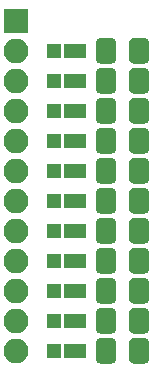
<source format=gbr>
G04 #@! TF.GenerationSoftware,KiCad,Pcbnew,(5.0.0)*
G04 #@! TF.CreationDate,2018-10-07T14:33:42+02:00*
G04 #@! TF.ProjectId,LED-panel,4C45442D70616E656C2E6B696361645F,rev?*
G04 #@! TF.SameCoordinates,Original*
G04 #@! TF.FileFunction,Soldermask,Top*
G04 #@! TF.FilePolarity,Negative*
%FSLAX46Y46*%
G04 Gerber Fmt 4.6, Leading zero omitted, Abs format (unit mm)*
G04 Created by KiCad (PCBNEW (5.0.0)) date 10/07/18 14:33:42*
%MOMM*%
%LPD*%
G01*
G04 APERTURE LIST*
%ADD10R,1.280000X1.200000*%
%ADD11R,1.900000X1.200000*%
%ADD12R,2.100000X2.100000*%
%ADD13O,2.100000X2.100000*%
%ADD14C,0.100000*%
%ADD15C,1.650000*%
G04 APERTURE END LIST*
D10*
G04 #@! TO.C,D1*
X28575000Y-38100000D03*
D11*
X30395000Y-38100000D03*
G04 #@! TD*
G04 #@! TO.C,D2*
X30395000Y-40640000D03*
D10*
X28575000Y-40640000D03*
G04 #@! TD*
G04 #@! TO.C,D3*
X28575000Y-43180000D03*
D11*
X30395000Y-43180000D03*
G04 #@! TD*
G04 #@! TO.C,D4*
X30395000Y-45720000D03*
D10*
X28575000Y-45720000D03*
G04 #@! TD*
G04 #@! TO.C,D5*
X28575000Y-48260000D03*
D11*
X30395000Y-48260000D03*
G04 #@! TD*
G04 #@! TO.C,D6*
X30395000Y-50800000D03*
D10*
X28575000Y-50800000D03*
G04 #@! TD*
G04 #@! TO.C,D7*
X28575000Y-53340000D03*
D11*
X30395000Y-53340000D03*
G04 #@! TD*
G04 #@! TO.C,D8*
X30395000Y-55880000D03*
D10*
X28575000Y-55880000D03*
G04 #@! TD*
G04 #@! TO.C,D9*
X28575000Y-58420000D03*
D11*
X30395000Y-58420000D03*
G04 #@! TD*
G04 #@! TO.C,D10*
X30395000Y-60960000D03*
D10*
X28575000Y-60960000D03*
G04 #@! TD*
G04 #@! TO.C,D11*
X28575000Y-63500000D03*
D11*
X30395000Y-63500000D03*
G04 #@! TD*
D12*
G04 #@! TO.C,J1*
X25400000Y-35560000D03*
D13*
X25400000Y-38100000D03*
X25400000Y-40640000D03*
X25400000Y-43180000D03*
X25400000Y-45720000D03*
X25400000Y-48260000D03*
X25400000Y-50800000D03*
X25400000Y-53340000D03*
X25400000Y-55880000D03*
X25400000Y-58420000D03*
X25400000Y-60960000D03*
X25400000Y-63500000D03*
G04 #@! TD*
D14*
G04 #@! TO.C,R1*
G36*
X36347346Y-37026589D02*
X36379380Y-37031341D01*
X36410794Y-37039210D01*
X36441286Y-37050120D01*
X36470561Y-37063966D01*
X36498338Y-37080615D01*
X36524350Y-37099907D01*
X36548345Y-37121655D01*
X36570093Y-37145650D01*
X36589385Y-37171662D01*
X36606034Y-37199439D01*
X36619880Y-37228714D01*
X36630790Y-37259206D01*
X36638659Y-37290620D01*
X36643411Y-37322654D01*
X36645000Y-37355000D01*
X36645000Y-38845000D01*
X36643411Y-38877346D01*
X36638659Y-38909380D01*
X36630790Y-38940794D01*
X36619880Y-38971286D01*
X36606034Y-39000561D01*
X36589385Y-39028338D01*
X36570093Y-39054350D01*
X36548345Y-39078345D01*
X36524350Y-39100093D01*
X36498338Y-39119385D01*
X36470561Y-39136034D01*
X36441286Y-39149880D01*
X36410794Y-39160790D01*
X36379380Y-39168659D01*
X36347346Y-39173411D01*
X36315000Y-39175000D01*
X35325000Y-39175000D01*
X35292654Y-39173411D01*
X35260620Y-39168659D01*
X35229206Y-39160790D01*
X35198714Y-39149880D01*
X35169439Y-39136034D01*
X35141662Y-39119385D01*
X35115650Y-39100093D01*
X35091655Y-39078345D01*
X35069907Y-39054350D01*
X35050615Y-39028338D01*
X35033966Y-39000561D01*
X35020120Y-38971286D01*
X35009210Y-38940794D01*
X35001341Y-38909380D01*
X34996589Y-38877346D01*
X34995000Y-38845000D01*
X34995000Y-37355000D01*
X34996589Y-37322654D01*
X35001341Y-37290620D01*
X35009210Y-37259206D01*
X35020120Y-37228714D01*
X35033966Y-37199439D01*
X35050615Y-37171662D01*
X35069907Y-37145650D01*
X35091655Y-37121655D01*
X35115650Y-37099907D01*
X35141662Y-37080615D01*
X35169439Y-37063966D01*
X35198714Y-37050120D01*
X35229206Y-37039210D01*
X35260620Y-37031341D01*
X35292654Y-37026589D01*
X35325000Y-37025000D01*
X36315000Y-37025000D01*
X36347346Y-37026589D01*
X36347346Y-37026589D01*
G37*
D15*
X35820000Y-38100000D03*
D14*
G36*
X33547346Y-37026589D02*
X33579380Y-37031341D01*
X33610794Y-37039210D01*
X33641286Y-37050120D01*
X33670561Y-37063966D01*
X33698338Y-37080615D01*
X33724350Y-37099907D01*
X33748345Y-37121655D01*
X33770093Y-37145650D01*
X33789385Y-37171662D01*
X33806034Y-37199439D01*
X33819880Y-37228714D01*
X33830790Y-37259206D01*
X33838659Y-37290620D01*
X33843411Y-37322654D01*
X33845000Y-37355000D01*
X33845000Y-38845000D01*
X33843411Y-38877346D01*
X33838659Y-38909380D01*
X33830790Y-38940794D01*
X33819880Y-38971286D01*
X33806034Y-39000561D01*
X33789385Y-39028338D01*
X33770093Y-39054350D01*
X33748345Y-39078345D01*
X33724350Y-39100093D01*
X33698338Y-39119385D01*
X33670561Y-39136034D01*
X33641286Y-39149880D01*
X33610794Y-39160790D01*
X33579380Y-39168659D01*
X33547346Y-39173411D01*
X33515000Y-39175000D01*
X32525000Y-39175000D01*
X32492654Y-39173411D01*
X32460620Y-39168659D01*
X32429206Y-39160790D01*
X32398714Y-39149880D01*
X32369439Y-39136034D01*
X32341662Y-39119385D01*
X32315650Y-39100093D01*
X32291655Y-39078345D01*
X32269907Y-39054350D01*
X32250615Y-39028338D01*
X32233966Y-39000561D01*
X32220120Y-38971286D01*
X32209210Y-38940794D01*
X32201341Y-38909380D01*
X32196589Y-38877346D01*
X32195000Y-38845000D01*
X32195000Y-37355000D01*
X32196589Y-37322654D01*
X32201341Y-37290620D01*
X32209210Y-37259206D01*
X32220120Y-37228714D01*
X32233966Y-37199439D01*
X32250615Y-37171662D01*
X32269907Y-37145650D01*
X32291655Y-37121655D01*
X32315650Y-37099907D01*
X32341662Y-37080615D01*
X32369439Y-37063966D01*
X32398714Y-37050120D01*
X32429206Y-37039210D01*
X32460620Y-37031341D01*
X32492654Y-37026589D01*
X32525000Y-37025000D01*
X33515000Y-37025000D01*
X33547346Y-37026589D01*
X33547346Y-37026589D01*
G37*
D15*
X33020000Y-38100000D03*
G04 #@! TD*
D14*
G04 #@! TO.C,R2*
G36*
X33547346Y-39566589D02*
X33579380Y-39571341D01*
X33610794Y-39579210D01*
X33641286Y-39590120D01*
X33670561Y-39603966D01*
X33698338Y-39620615D01*
X33724350Y-39639907D01*
X33748345Y-39661655D01*
X33770093Y-39685650D01*
X33789385Y-39711662D01*
X33806034Y-39739439D01*
X33819880Y-39768714D01*
X33830790Y-39799206D01*
X33838659Y-39830620D01*
X33843411Y-39862654D01*
X33845000Y-39895000D01*
X33845000Y-41385000D01*
X33843411Y-41417346D01*
X33838659Y-41449380D01*
X33830790Y-41480794D01*
X33819880Y-41511286D01*
X33806034Y-41540561D01*
X33789385Y-41568338D01*
X33770093Y-41594350D01*
X33748345Y-41618345D01*
X33724350Y-41640093D01*
X33698338Y-41659385D01*
X33670561Y-41676034D01*
X33641286Y-41689880D01*
X33610794Y-41700790D01*
X33579380Y-41708659D01*
X33547346Y-41713411D01*
X33515000Y-41715000D01*
X32525000Y-41715000D01*
X32492654Y-41713411D01*
X32460620Y-41708659D01*
X32429206Y-41700790D01*
X32398714Y-41689880D01*
X32369439Y-41676034D01*
X32341662Y-41659385D01*
X32315650Y-41640093D01*
X32291655Y-41618345D01*
X32269907Y-41594350D01*
X32250615Y-41568338D01*
X32233966Y-41540561D01*
X32220120Y-41511286D01*
X32209210Y-41480794D01*
X32201341Y-41449380D01*
X32196589Y-41417346D01*
X32195000Y-41385000D01*
X32195000Y-39895000D01*
X32196589Y-39862654D01*
X32201341Y-39830620D01*
X32209210Y-39799206D01*
X32220120Y-39768714D01*
X32233966Y-39739439D01*
X32250615Y-39711662D01*
X32269907Y-39685650D01*
X32291655Y-39661655D01*
X32315650Y-39639907D01*
X32341662Y-39620615D01*
X32369439Y-39603966D01*
X32398714Y-39590120D01*
X32429206Y-39579210D01*
X32460620Y-39571341D01*
X32492654Y-39566589D01*
X32525000Y-39565000D01*
X33515000Y-39565000D01*
X33547346Y-39566589D01*
X33547346Y-39566589D01*
G37*
D15*
X33020000Y-40640000D03*
D14*
G36*
X36347346Y-39566589D02*
X36379380Y-39571341D01*
X36410794Y-39579210D01*
X36441286Y-39590120D01*
X36470561Y-39603966D01*
X36498338Y-39620615D01*
X36524350Y-39639907D01*
X36548345Y-39661655D01*
X36570093Y-39685650D01*
X36589385Y-39711662D01*
X36606034Y-39739439D01*
X36619880Y-39768714D01*
X36630790Y-39799206D01*
X36638659Y-39830620D01*
X36643411Y-39862654D01*
X36645000Y-39895000D01*
X36645000Y-41385000D01*
X36643411Y-41417346D01*
X36638659Y-41449380D01*
X36630790Y-41480794D01*
X36619880Y-41511286D01*
X36606034Y-41540561D01*
X36589385Y-41568338D01*
X36570093Y-41594350D01*
X36548345Y-41618345D01*
X36524350Y-41640093D01*
X36498338Y-41659385D01*
X36470561Y-41676034D01*
X36441286Y-41689880D01*
X36410794Y-41700790D01*
X36379380Y-41708659D01*
X36347346Y-41713411D01*
X36315000Y-41715000D01*
X35325000Y-41715000D01*
X35292654Y-41713411D01*
X35260620Y-41708659D01*
X35229206Y-41700790D01*
X35198714Y-41689880D01*
X35169439Y-41676034D01*
X35141662Y-41659385D01*
X35115650Y-41640093D01*
X35091655Y-41618345D01*
X35069907Y-41594350D01*
X35050615Y-41568338D01*
X35033966Y-41540561D01*
X35020120Y-41511286D01*
X35009210Y-41480794D01*
X35001341Y-41449380D01*
X34996589Y-41417346D01*
X34995000Y-41385000D01*
X34995000Y-39895000D01*
X34996589Y-39862654D01*
X35001341Y-39830620D01*
X35009210Y-39799206D01*
X35020120Y-39768714D01*
X35033966Y-39739439D01*
X35050615Y-39711662D01*
X35069907Y-39685650D01*
X35091655Y-39661655D01*
X35115650Y-39639907D01*
X35141662Y-39620615D01*
X35169439Y-39603966D01*
X35198714Y-39590120D01*
X35229206Y-39579210D01*
X35260620Y-39571341D01*
X35292654Y-39566589D01*
X35325000Y-39565000D01*
X36315000Y-39565000D01*
X36347346Y-39566589D01*
X36347346Y-39566589D01*
G37*
D15*
X35820000Y-40640000D03*
G04 #@! TD*
D14*
G04 #@! TO.C,R3*
G36*
X36347346Y-42106589D02*
X36379380Y-42111341D01*
X36410794Y-42119210D01*
X36441286Y-42130120D01*
X36470561Y-42143966D01*
X36498338Y-42160615D01*
X36524350Y-42179907D01*
X36548345Y-42201655D01*
X36570093Y-42225650D01*
X36589385Y-42251662D01*
X36606034Y-42279439D01*
X36619880Y-42308714D01*
X36630790Y-42339206D01*
X36638659Y-42370620D01*
X36643411Y-42402654D01*
X36645000Y-42435000D01*
X36645000Y-43925000D01*
X36643411Y-43957346D01*
X36638659Y-43989380D01*
X36630790Y-44020794D01*
X36619880Y-44051286D01*
X36606034Y-44080561D01*
X36589385Y-44108338D01*
X36570093Y-44134350D01*
X36548345Y-44158345D01*
X36524350Y-44180093D01*
X36498338Y-44199385D01*
X36470561Y-44216034D01*
X36441286Y-44229880D01*
X36410794Y-44240790D01*
X36379380Y-44248659D01*
X36347346Y-44253411D01*
X36315000Y-44255000D01*
X35325000Y-44255000D01*
X35292654Y-44253411D01*
X35260620Y-44248659D01*
X35229206Y-44240790D01*
X35198714Y-44229880D01*
X35169439Y-44216034D01*
X35141662Y-44199385D01*
X35115650Y-44180093D01*
X35091655Y-44158345D01*
X35069907Y-44134350D01*
X35050615Y-44108338D01*
X35033966Y-44080561D01*
X35020120Y-44051286D01*
X35009210Y-44020794D01*
X35001341Y-43989380D01*
X34996589Y-43957346D01*
X34995000Y-43925000D01*
X34995000Y-42435000D01*
X34996589Y-42402654D01*
X35001341Y-42370620D01*
X35009210Y-42339206D01*
X35020120Y-42308714D01*
X35033966Y-42279439D01*
X35050615Y-42251662D01*
X35069907Y-42225650D01*
X35091655Y-42201655D01*
X35115650Y-42179907D01*
X35141662Y-42160615D01*
X35169439Y-42143966D01*
X35198714Y-42130120D01*
X35229206Y-42119210D01*
X35260620Y-42111341D01*
X35292654Y-42106589D01*
X35325000Y-42105000D01*
X36315000Y-42105000D01*
X36347346Y-42106589D01*
X36347346Y-42106589D01*
G37*
D15*
X35820000Y-43180000D03*
D14*
G36*
X33547346Y-42106589D02*
X33579380Y-42111341D01*
X33610794Y-42119210D01*
X33641286Y-42130120D01*
X33670561Y-42143966D01*
X33698338Y-42160615D01*
X33724350Y-42179907D01*
X33748345Y-42201655D01*
X33770093Y-42225650D01*
X33789385Y-42251662D01*
X33806034Y-42279439D01*
X33819880Y-42308714D01*
X33830790Y-42339206D01*
X33838659Y-42370620D01*
X33843411Y-42402654D01*
X33845000Y-42435000D01*
X33845000Y-43925000D01*
X33843411Y-43957346D01*
X33838659Y-43989380D01*
X33830790Y-44020794D01*
X33819880Y-44051286D01*
X33806034Y-44080561D01*
X33789385Y-44108338D01*
X33770093Y-44134350D01*
X33748345Y-44158345D01*
X33724350Y-44180093D01*
X33698338Y-44199385D01*
X33670561Y-44216034D01*
X33641286Y-44229880D01*
X33610794Y-44240790D01*
X33579380Y-44248659D01*
X33547346Y-44253411D01*
X33515000Y-44255000D01*
X32525000Y-44255000D01*
X32492654Y-44253411D01*
X32460620Y-44248659D01*
X32429206Y-44240790D01*
X32398714Y-44229880D01*
X32369439Y-44216034D01*
X32341662Y-44199385D01*
X32315650Y-44180093D01*
X32291655Y-44158345D01*
X32269907Y-44134350D01*
X32250615Y-44108338D01*
X32233966Y-44080561D01*
X32220120Y-44051286D01*
X32209210Y-44020794D01*
X32201341Y-43989380D01*
X32196589Y-43957346D01*
X32195000Y-43925000D01*
X32195000Y-42435000D01*
X32196589Y-42402654D01*
X32201341Y-42370620D01*
X32209210Y-42339206D01*
X32220120Y-42308714D01*
X32233966Y-42279439D01*
X32250615Y-42251662D01*
X32269907Y-42225650D01*
X32291655Y-42201655D01*
X32315650Y-42179907D01*
X32341662Y-42160615D01*
X32369439Y-42143966D01*
X32398714Y-42130120D01*
X32429206Y-42119210D01*
X32460620Y-42111341D01*
X32492654Y-42106589D01*
X32525000Y-42105000D01*
X33515000Y-42105000D01*
X33547346Y-42106589D01*
X33547346Y-42106589D01*
G37*
D15*
X33020000Y-43180000D03*
G04 #@! TD*
D14*
G04 #@! TO.C,R4*
G36*
X33547346Y-44646589D02*
X33579380Y-44651341D01*
X33610794Y-44659210D01*
X33641286Y-44670120D01*
X33670561Y-44683966D01*
X33698338Y-44700615D01*
X33724350Y-44719907D01*
X33748345Y-44741655D01*
X33770093Y-44765650D01*
X33789385Y-44791662D01*
X33806034Y-44819439D01*
X33819880Y-44848714D01*
X33830790Y-44879206D01*
X33838659Y-44910620D01*
X33843411Y-44942654D01*
X33845000Y-44975000D01*
X33845000Y-46465000D01*
X33843411Y-46497346D01*
X33838659Y-46529380D01*
X33830790Y-46560794D01*
X33819880Y-46591286D01*
X33806034Y-46620561D01*
X33789385Y-46648338D01*
X33770093Y-46674350D01*
X33748345Y-46698345D01*
X33724350Y-46720093D01*
X33698338Y-46739385D01*
X33670561Y-46756034D01*
X33641286Y-46769880D01*
X33610794Y-46780790D01*
X33579380Y-46788659D01*
X33547346Y-46793411D01*
X33515000Y-46795000D01*
X32525000Y-46795000D01*
X32492654Y-46793411D01*
X32460620Y-46788659D01*
X32429206Y-46780790D01*
X32398714Y-46769880D01*
X32369439Y-46756034D01*
X32341662Y-46739385D01*
X32315650Y-46720093D01*
X32291655Y-46698345D01*
X32269907Y-46674350D01*
X32250615Y-46648338D01*
X32233966Y-46620561D01*
X32220120Y-46591286D01*
X32209210Y-46560794D01*
X32201341Y-46529380D01*
X32196589Y-46497346D01*
X32195000Y-46465000D01*
X32195000Y-44975000D01*
X32196589Y-44942654D01*
X32201341Y-44910620D01*
X32209210Y-44879206D01*
X32220120Y-44848714D01*
X32233966Y-44819439D01*
X32250615Y-44791662D01*
X32269907Y-44765650D01*
X32291655Y-44741655D01*
X32315650Y-44719907D01*
X32341662Y-44700615D01*
X32369439Y-44683966D01*
X32398714Y-44670120D01*
X32429206Y-44659210D01*
X32460620Y-44651341D01*
X32492654Y-44646589D01*
X32525000Y-44645000D01*
X33515000Y-44645000D01*
X33547346Y-44646589D01*
X33547346Y-44646589D01*
G37*
D15*
X33020000Y-45720000D03*
D14*
G36*
X36347346Y-44646589D02*
X36379380Y-44651341D01*
X36410794Y-44659210D01*
X36441286Y-44670120D01*
X36470561Y-44683966D01*
X36498338Y-44700615D01*
X36524350Y-44719907D01*
X36548345Y-44741655D01*
X36570093Y-44765650D01*
X36589385Y-44791662D01*
X36606034Y-44819439D01*
X36619880Y-44848714D01*
X36630790Y-44879206D01*
X36638659Y-44910620D01*
X36643411Y-44942654D01*
X36645000Y-44975000D01*
X36645000Y-46465000D01*
X36643411Y-46497346D01*
X36638659Y-46529380D01*
X36630790Y-46560794D01*
X36619880Y-46591286D01*
X36606034Y-46620561D01*
X36589385Y-46648338D01*
X36570093Y-46674350D01*
X36548345Y-46698345D01*
X36524350Y-46720093D01*
X36498338Y-46739385D01*
X36470561Y-46756034D01*
X36441286Y-46769880D01*
X36410794Y-46780790D01*
X36379380Y-46788659D01*
X36347346Y-46793411D01*
X36315000Y-46795000D01*
X35325000Y-46795000D01*
X35292654Y-46793411D01*
X35260620Y-46788659D01*
X35229206Y-46780790D01*
X35198714Y-46769880D01*
X35169439Y-46756034D01*
X35141662Y-46739385D01*
X35115650Y-46720093D01*
X35091655Y-46698345D01*
X35069907Y-46674350D01*
X35050615Y-46648338D01*
X35033966Y-46620561D01*
X35020120Y-46591286D01*
X35009210Y-46560794D01*
X35001341Y-46529380D01*
X34996589Y-46497346D01*
X34995000Y-46465000D01*
X34995000Y-44975000D01*
X34996589Y-44942654D01*
X35001341Y-44910620D01*
X35009210Y-44879206D01*
X35020120Y-44848714D01*
X35033966Y-44819439D01*
X35050615Y-44791662D01*
X35069907Y-44765650D01*
X35091655Y-44741655D01*
X35115650Y-44719907D01*
X35141662Y-44700615D01*
X35169439Y-44683966D01*
X35198714Y-44670120D01*
X35229206Y-44659210D01*
X35260620Y-44651341D01*
X35292654Y-44646589D01*
X35325000Y-44645000D01*
X36315000Y-44645000D01*
X36347346Y-44646589D01*
X36347346Y-44646589D01*
G37*
D15*
X35820000Y-45720000D03*
G04 #@! TD*
D14*
G04 #@! TO.C,R5*
G36*
X36347346Y-47186589D02*
X36379380Y-47191341D01*
X36410794Y-47199210D01*
X36441286Y-47210120D01*
X36470561Y-47223966D01*
X36498338Y-47240615D01*
X36524350Y-47259907D01*
X36548345Y-47281655D01*
X36570093Y-47305650D01*
X36589385Y-47331662D01*
X36606034Y-47359439D01*
X36619880Y-47388714D01*
X36630790Y-47419206D01*
X36638659Y-47450620D01*
X36643411Y-47482654D01*
X36645000Y-47515000D01*
X36645000Y-49005000D01*
X36643411Y-49037346D01*
X36638659Y-49069380D01*
X36630790Y-49100794D01*
X36619880Y-49131286D01*
X36606034Y-49160561D01*
X36589385Y-49188338D01*
X36570093Y-49214350D01*
X36548345Y-49238345D01*
X36524350Y-49260093D01*
X36498338Y-49279385D01*
X36470561Y-49296034D01*
X36441286Y-49309880D01*
X36410794Y-49320790D01*
X36379380Y-49328659D01*
X36347346Y-49333411D01*
X36315000Y-49335000D01*
X35325000Y-49335000D01*
X35292654Y-49333411D01*
X35260620Y-49328659D01*
X35229206Y-49320790D01*
X35198714Y-49309880D01*
X35169439Y-49296034D01*
X35141662Y-49279385D01*
X35115650Y-49260093D01*
X35091655Y-49238345D01*
X35069907Y-49214350D01*
X35050615Y-49188338D01*
X35033966Y-49160561D01*
X35020120Y-49131286D01*
X35009210Y-49100794D01*
X35001341Y-49069380D01*
X34996589Y-49037346D01*
X34995000Y-49005000D01*
X34995000Y-47515000D01*
X34996589Y-47482654D01*
X35001341Y-47450620D01*
X35009210Y-47419206D01*
X35020120Y-47388714D01*
X35033966Y-47359439D01*
X35050615Y-47331662D01*
X35069907Y-47305650D01*
X35091655Y-47281655D01*
X35115650Y-47259907D01*
X35141662Y-47240615D01*
X35169439Y-47223966D01*
X35198714Y-47210120D01*
X35229206Y-47199210D01*
X35260620Y-47191341D01*
X35292654Y-47186589D01*
X35325000Y-47185000D01*
X36315000Y-47185000D01*
X36347346Y-47186589D01*
X36347346Y-47186589D01*
G37*
D15*
X35820000Y-48260000D03*
D14*
G36*
X33547346Y-47186589D02*
X33579380Y-47191341D01*
X33610794Y-47199210D01*
X33641286Y-47210120D01*
X33670561Y-47223966D01*
X33698338Y-47240615D01*
X33724350Y-47259907D01*
X33748345Y-47281655D01*
X33770093Y-47305650D01*
X33789385Y-47331662D01*
X33806034Y-47359439D01*
X33819880Y-47388714D01*
X33830790Y-47419206D01*
X33838659Y-47450620D01*
X33843411Y-47482654D01*
X33845000Y-47515000D01*
X33845000Y-49005000D01*
X33843411Y-49037346D01*
X33838659Y-49069380D01*
X33830790Y-49100794D01*
X33819880Y-49131286D01*
X33806034Y-49160561D01*
X33789385Y-49188338D01*
X33770093Y-49214350D01*
X33748345Y-49238345D01*
X33724350Y-49260093D01*
X33698338Y-49279385D01*
X33670561Y-49296034D01*
X33641286Y-49309880D01*
X33610794Y-49320790D01*
X33579380Y-49328659D01*
X33547346Y-49333411D01*
X33515000Y-49335000D01*
X32525000Y-49335000D01*
X32492654Y-49333411D01*
X32460620Y-49328659D01*
X32429206Y-49320790D01*
X32398714Y-49309880D01*
X32369439Y-49296034D01*
X32341662Y-49279385D01*
X32315650Y-49260093D01*
X32291655Y-49238345D01*
X32269907Y-49214350D01*
X32250615Y-49188338D01*
X32233966Y-49160561D01*
X32220120Y-49131286D01*
X32209210Y-49100794D01*
X32201341Y-49069380D01*
X32196589Y-49037346D01*
X32195000Y-49005000D01*
X32195000Y-47515000D01*
X32196589Y-47482654D01*
X32201341Y-47450620D01*
X32209210Y-47419206D01*
X32220120Y-47388714D01*
X32233966Y-47359439D01*
X32250615Y-47331662D01*
X32269907Y-47305650D01*
X32291655Y-47281655D01*
X32315650Y-47259907D01*
X32341662Y-47240615D01*
X32369439Y-47223966D01*
X32398714Y-47210120D01*
X32429206Y-47199210D01*
X32460620Y-47191341D01*
X32492654Y-47186589D01*
X32525000Y-47185000D01*
X33515000Y-47185000D01*
X33547346Y-47186589D01*
X33547346Y-47186589D01*
G37*
D15*
X33020000Y-48260000D03*
G04 #@! TD*
D14*
G04 #@! TO.C,R6*
G36*
X33547346Y-49726589D02*
X33579380Y-49731341D01*
X33610794Y-49739210D01*
X33641286Y-49750120D01*
X33670561Y-49763966D01*
X33698338Y-49780615D01*
X33724350Y-49799907D01*
X33748345Y-49821655D01*
X33770093Y-49845650D01*
X33789385Y-49871662D01*
X33806034Y-49899439D01*
X33819880Y-49928714D01*
X33830790Y-49959206D01*
X33838659Y-49990620D01*
X33843411Y-50022654D01*
X33845000Y-50055000D01*
X33845000Y-51545000D01*
X33843411Y-51577346D01*
X33838659Y-51609380D01*
X33830790Y-51640794D01*
X33819880Y-51671286D01*
X33806034Y-51700561D01*
X33789385Y-51728338D01*
X33770093Y-51754350D01*
X33748345Y-51778345D01*
X33724350Y-51800093D01*
X33698338Y-51819385D01*
X33670561Y-51836034D01*
X33641286Y-51849880D01*
X33610794Y-51860790D01*
X33579380Y-51868659D01*
X33547346Y-51873411D01*
X33515000Y-51875000D01*
X32525000Y-51875000D01*
X32492654Y-51873411D01*
X32460620Y-51868659D01*
X32429206Y-51860790D01*
X32398714Y-51849880D01*
X32369439Y-51836034D01*
X32341662Y-51819385D01*
X32315650Y-51800093D01*
X32291655Y-51778345D01*
X32269907Y-51754350D01*
X32250615Y-51728338D01*
X32233966Y-51700561D01*
X32220120Y-51671286D01*
X32209210Y-51640794D01*
X32201341Y-51609380D01*
X32196589Y-51577346D01*
X32195000Y-51545000D01*
X32195000Y-50055000D01*
X32196589Y-50022654D01*
X32201341Y-49990620D01*
X32209210Y-49959206D01*
X32220120Y-49928714D01*
X32233966Y-49899439D01*
X32250615Y-49871662D01*
X32269907Y-49845650D01*
X32291655Y-49821655D01*
X32315650Y-49799907D01*
X32341662Y-49780615D01*
X32369439Y-49763966D01*
X32398714Y-49750120D01*
X32429206Y-49739210D01*
X32460620Y-49731341D01*
X32492654Y-49726589D01*
X32525000Y-49725000D01*
X33515000Y-49725000D01*
X33547346Y-49726589D01*
X33547346Y-49726589D01*
G37*
D15*
X33020000Y-50800000D03*
D14*
G36*
X36347346Y-49726589D02*
X36379380Y-49731341D01*
X36410794Y-49739210D01*
X36441286Y-49750120D01*
X36470561Y-49763966D01*
X36498338Y-49780615D01*
X36524350Y-49799907D01*
X36548345Y-49821655D01*
X36570093Y-49845650D01*
X36589385Y-49871662D01*
X36606034Y-49899439D01*
X36619880Y-49928714D01*
X36630790Y-49959206D01*
X36638659Y-49990620D01*
X36643411Y-50022654D01*
X36645000Y-50055000D01*
X36645000Y-51545000D01*
X36643411Y-51577346D01*
X36638659Y-51609380D01*
X36630790Y-51640794D01*
X36619880Y-51671286D01*
X36606034Y-51700561D01*
X36589385Y-51728338D01*
X36570093Y-51754350D01*
X36548345Y-51778345D01*
X36524350Y-51800093D01*
X36498338Y-51819385D01*
X36470561Y-51836034D01*
X36441286Y-51849880D01*
X36410794Y-51860790D01*
X36379380Y-51868659D01*
X36347346Y-51873411D01*
X36315000Y-51875000D01*
X35325000Y-51875000D01*
X35292654Y-51873411D01*
X35260620Y-51868659D01*
X35229206Y-51860790D01*
X35198714Y-51849880D01*
X35169439Y-51836034D01*
X35141662Y-51819385D01*
X35115650Y-51800093D01*
X35091655Y-51778345D01*
X35069907Y-51754350D01*
X35050615Y-51728338D01*
X35033966Y-51700561D01*
X35020120Y-51671286D01*
X35009210Y-51640794D01*
X35001341Y-51609380D01*
X34996589Y-51577346D01*
X34995000Y-51545000D01*
X34995000Y-50055000D01*
X34996589Y-50022654D01*
X35001341Y-49990620D01*
X35009210Y-49959206D01*
X35020120Y-49928714D01*
X35033966Y-49899439D01*
X35050615Y-49871662D01*
X35069907Y-49845650D01*
X35091655Y-49821655D01*
X35115650Y-49799907D01*
X35141662Y-49780615D01*
X35169439Y-49763966D01*
X35198714Y-49750120D01*
X35229206Y-49739210D01*
X35260620Y-49731341D01*
X35292654Y-49726589D01*
X35325000Y-49725000D01*
X36315000Y-49725000D01*
X36347346Y-49726589D01*
X36347346Y-49726589D01*
G37*
D15*
X35820000Y-50800000D03*
G04 #@! TD*
D14*
G04 #@! TO.C,R7*
G36*
X36347346Y-52266589D02*
X36379380Y-52271341D01*
X36410794Y-52279210D01*
X36441286Y-52290120D01*
X36470561Y-52303966D01*
X36498338Y-52320615D01*
X36524350Y-52339907D01*
X36548345Y-52361655D01*
X36570093Y-52385650D01*
X36589385Y-52411662D01*
X36606034Y-52439439D01*
X36619880Y-52468714D01*
X36630790Y-52499206D01*
X36638659Y-52530620D01*
X36643411Y-52562654D01*
X36645000Y-52595000D01*
X36645000Y-54085000D01*
X36643411Y-54117346D01*
X36638659Y-54149380D01*
X36630790Y-54180794D01*
X36619880Y-54211286D01*
X36606034Y-54240561D01*
X36589385Y-54268338D01*
X36570093Y-54294350D01*
X36548345Y-54318345D01*
X36524350Y-54340093D01*
X36498338Y-54359385D01*
X36470561Y-54376034D01*
X36441286Y-54389880D01*
X36410794Y-54400790D01*
X36379380Y-54408659D01*
X36347346Y-54413411D01*
X36315000Y-54415000D01*
X35325000Y-54415000D01*
X35292654Y-54413411D01*
X35260620Y-54408659D01*
X35229206Y-54400790D01*
X35198714Y-54389880D01*
X35169439Y-54376034D01*
X35141662Y-54359385D01*
X35115650Y-54340093D01*
X35091655Y-54318345D01*
X35069907Y-54294350D01*
X35050615Y-54268338D01*
X35033966Y-54240561D01*
X35020120Y-54211286D01*
X35009210Y-54180794D01*
X35001341Y-54149380D01*
X34996589Y-54117346D01*
X34995000Y-54085000D01*
X34995000Y-52595000D01*
X34996589Y-52562654D01*
X35001341Y-52530620D01*
X35009210Y-52499206D01*
X35020120Y-52468714D01*
X35033966Y-52439439D01*
X35050615Y-52411662D01*
X35069907Y-52385650D01*
X35091655Y-52361655D01*
X35115650Y-52339907D01*
X35141662Y-52320615D01*
X35169439Y-52303966D01*
X35198714Y-52290120D01*
X35229206Y-52279210D01*
X35260620Y-52271341D01*
X35292654Y-52266589D01*
X35325000Y-52265000D01*
X36315000Y-52265000D01*
X36347346Y-52266589D01*
X36347346Y-52266589D01*
G37*
D15*
X35820000Y-53340000D03*
D14*
G36*
X33547346Y-52266589D02*
X33579380Y-52271341D01*
X33610794Y-52279210D01*
X33641286Y-52290120D01*
X33670561Y-52303966D01*
X33698338Y-52320615D01*
X33724350Y-52339907D01*
X33748345Y-52361655D01*
X33770093Y-52385650D01*
X33789385Y-52411662D01*
X33806034Y-52439439D01*
X33819880Y-52468714D01*
X33830790Y-52499206D01*
X33838659Y-52530620D01*
X33843411Y-52562654D01*
X33845000Y-52595000D01*
X33845000Y-54085000D01*
X33843411Y-54117346D01*
X33838659Y-54149380D01*
X33830790Y-54180794D01*
X33819880Y-54211286D01*
X33806034Y-54240561D01*
X33789385Y-54268338D01*
X33770093Y-54294350D01*
X33748345Y-54318345D01*
X33724350Y-54340093D01*
X33698338Y-54359385D01*
X33670561Y-54376034D01*
X33641286Y-54389880D01*
X33610794Y-54400790D01*
X33579380Y-54408659D01*
X33547346Y-54413411D01*
X33515000Y-54415000D01*
X32525000Y-54415000D01*
X32492654Y-54413411D01*
X32460620Y-54408659D01*
X32429206Y-54400790D01*
X32398714Y-54389880D01*
X32369439Y-54376034D01*
X32341662Y-54359385D01*
X32315650Y-54340093D01*
X32291655Y-54318345D01*
X32269907Y-54294350D01*
X32250615Y-54268338D01*
X32233966Y-54240561D01*
X32220120Y-54211286D01*
X32209210Y-54180794D01*
X32201341Y-54149380D01*
X32196589Y-54117346D01*
X32195000Y-54085000D01*
X32195000Y-52595000D01*
X32196589Y-52562654D01*
X32201341Y-52530620D01*
X32209210Y-52499206D01*
X32220120Y-52468714D01*
X32233966Y-52439439D01*
X32250615Y-52411662D01*
X32269907Y-52385650D01*
X32291655Y-52361655D01*
X32315650Y-52339907D01*
X32341662Y-52320615D01*
X32369439Y-52303966D01*
X32398714Y-52290120D01*
X32429206Y-52279210D01*
X32460620Y-52271341D01*
X32492654Y-52266589D01*
X32525000Y-52265000D01*
X33515000Y-52265000D01*
X33547346Y-52266589D01*
X33547346Y-52266589D01*
G37*
D15*
X33020000Y-53340000D03*
G04 #@! TD*
D14*
G04 #@! TO.C,R8*
G36*
X33547346Y-54806589D02*
X33579380Y-54811341D01*
X33610794Y-54819210D01*
X33641286Y-54830120D01*
X33670561Y-54843966D01*
X33698338Y-54860615D01*
X33724350Y-54879907D01*
X33748345Y-54901655D01*
X33770093Y-54925650D01*
X33789385Y-54951662D01*
X33806034Y-54979439D01*
X33819880Y-55008714D01*
X33830790Y-55039206D01*
X33838659Y-55070620D01*
X33843411Y-55102654D01*
X33845000Y-55135000D01*
X33845000Y-56625000D01*
X33843411Y-56657346D01*
X33838659Y-56689380D01*
X33830790Y-56720794D01*
X33819880Y-56751286D01*
X33806034Y-56780561D01*
X33789385Y-56808338D01*
X33770093Y-56834350D01*
X33748345Y-56858345D01*
X33724350Y-56880093D01*
X33698338Y-56899385D01*
X33670561Y-56916034D01*
X33641286Y-56929880D01*
X33610794Y-56940790D01*
X33579380Y-56948659D01*
X33547346Y-56953411D01*
X33515000Y-56955000D01*
X32525000Y-56955000D01*
X32492654Y-56953411D01*
X32460620Y-56948659D01*
X32429206Y-56940790D01*
X32398714Y-56929880D01*
X32369439Y-56916034D01*
X32341662Y-56899385D01*
X32315650Y-56880093D01*
X32291655Y-56858345D01*
X32269907Y-56834350D01*
X32250615Y-56808338D01*
X32233966Y-56780561D01*
X32220120Y-56751286D01*
X32209210Y-56720794D01*
X32201341Y-56689380D01*
X32196589Y-56657346D01*
X32195000Y-56625000D01*
X32195000Y-55135000D01*
X32196589Y-55102654D01*
X32201341Y-55070620D01*
X32209210Y-55039206D01*
X32220120Y-55008714D01*
X32233966Y-54979439D01*
X32250615Y-54951662D01*
X32269907Y-54925650D01*
X32291655Y-54901655D01*
X32315650Y-54879907D01*
X32341662Y-54860615D01*
X32369439Y-54843966D01*
X32398714Y-54830120D01*
X32429206Y-54819210D01*
X32460620Y-54811341D01*
X32492654Y-54806589D01*
X32525000Y-54805000D01*
X33515000Y-54805000D01*
X33547346Y-54806589D01*
X33547346Y-54806589D01*
G37*
D15*
X33020000Y-55880000D03*
D14*
G36*
X36347346Y-54806589D02*
X36379380Y-54811341D01*
X36410794Y-54819210D01*
X36441286Y-54830120D01*
X36470561Y-54843966D01*
X36498338Y-54860615D01*
X36524350Y-54879907D01*
X36548345Y-54901655D01*
X36570093Y-54925650D01*
X36589385Y-54951662D01*
X36606034Y-54979439D01*
X36619880Y-55008714D01*
X36630790Y-55039206D01*
X36638659Y-55070620D01*
X36643411Y-55102654D01*
X36645000Y-55135000D01*
X36645000Y-56625000D01*
X36643411Y-56657346D01*
X36638659Y-56689380D01*
X36630790Y-56720794D01*
X36619880Y-56751286D01*
X36606034Y-56780561D01*
X36589385Y-56808338D01*
X36570093Y-56834350D01*
X36548345Y-56858345D01*
X36524350Y-56880093D01*
X36498338Y-56899385D01*
X36470561Y-56916034D01*
X36441286Y-56929880D01*
X36410794Y-56940790D01*
X36379380Y-56948659D01*
X36347346Y-56953411D01*
X36315000Y-56955000D01*
X35325000Y-56955000D01*
X35292654Y-56953411D01*
X35260620Y-56948659D01*
X35229206Y-56940790D01*
X35198714Y-56929880D01*
X35169439Y-56916034D01*
X35141662Y-56899385D01*
X35115650Y-56880093D01*
X35091655Y-56858345D01*
X35069907Y-56834350D01*
X35050615Y-56808338D01*
X35033966Y-56780561D01*
X35020120Y-56751286D01*
X35009210Y-56720794D01*
X35001341Y-56689380D01*
X34996589Y-56657346D01*
X34995000Y-56625000D01*
X34995000Y-55135000D01*
X34996589Y-55102654D01*
X35001341Y-55070620D01*
X35009210Y-55039206D01*
X35020120Y-55008714D01*
X35033966Y-54979439D01*
X35050615Y-54951662D01*
X35069907Y-54925650D01*
X35091655Y-54901655D01*
X35115650Y-54879907D01*
X35141662Y-54860615D01*
X35169439Y-54843966D01*
X35198714Y-54830120D01*
X35229206Y-54819210D01*
X35260620Y-54811341D01*
X35292654Y-54806589D01*
X35325000Y-54805000D01*
X36315000Y-54805000D01*
X36347346Y-54806589D01*
X36347346Y-54806589D01*
G37*
D15*
X35820000Y-55880000D03*
G04 #@! TD*
D14*
G04 #@! TO.C,R9*
G36*
X36347346Y-57346589D02*
X36379380Y-57351341D01*
X36410794Y-57359210D01*
X36441286Y-57370120D01*
X36470561Y-57383966D01*
X36498338Y-57400615D01*
X36524350Y-57419907D01*
X36548345Y-57441655D01*
X36570093Y-57465650D01*
X36589385Y-57491662D01*
X36606034Y-57519439D01*
X36619880Y-57548714D01*
X36630790Y-57579206D01*
X36638659Y-57610620D01*
X36643411Y-57642654D01*
X36645000Y-57675000D01*
X36645000Y-59165000D01*
X36643411Y-59197346D01*
X36638659Y-59229380D01*
X36630790Y-59260794D01*
X36619880Y-59291286D01*
X36606034Y-59320561D01*
X36589385Y-59348338D01*
X36570093Y-59374350D01*
X36548345Y-59398345D01*
X36524350Y-59420093D01*
X36498338Y-59439385D01*
X36470561Y-59456034D01*
X36441286Y-59469880D01*
X36410794Y-59480790D01*
X36379380Y-59488659D01*
X36347346Y-59493411D01*
X36315000Y-59495000D01*
X35325000Y-59495000D01*
X35292654Y-59493411D01*
X35260620Y-59488659D01*
X35229206Y-59480790D01*
X35198714Y-59469880D01*
X35169439Y-59456034D01*
X35141662Y-59439385D01*
X35115650Y-59420093D01*
X35091655Y-59398345D01*
X35069907Y-59374350D01*
X35050615Y-59348338D01*
X35033966Y-59320561D01*
X35020120Y-59291286D01*
X35009210Y-59260794D01*
X35001341Y-59229380D01*
X34996589Y-59197346D01*
X34995000Y-59165000D01*
X34995000Y-57675000D01*
X34996589Y-57642654D01*
X35001341Y-57610620D01*
X35009210Y-57579206D01*
X35020120Y-57548714D01*
X35033966Y-57519439D01*
X35050615Y-57491662D01*
X35069907Y-57465650D01*
X35091655Y-57441655D01*
X35115650Y-57419907D01*
X35141662Y-57400615D01*
X35169439Y-57383966D01*
X35198714Y-57370120D01*
X35229206Y-57359210D01*
X35260620Y-57351341D01*
X35292654Y-57346589D01*
X35325000Y-57345000D01*
X36315000Y-57345000D01*
X36347346Y-57346589D01*
X36347346Y-57346589D01*
G37*
D15*
X35820000Y-58420000D03*
D14*
G36*
X33547346Y-57346589D02*
X33579380Y-57351341D01*
X33610794Y-57359210D01*
X33641286Y-57370120D01*
X33670561Y-57383966D01*
X33698338Y-57400615D01*
X33724350Y-57419907D01*
X33748345Y-57441655D01*
X33770093Y-57465650D01*
X33789385Y-57491662D01*
X33806034Y-57519439D01*
X33819880Y-57548714D01*
X33830790Y-57579206D01*
X33838659Y-57610620D01*
X33843411Y-57642654D01*
X33845000Y-57675000D01*
X33845000Y-59165000D01*
X33843411Y-59197346D01*
X33838659Y-59229380D01*
X33830790Y-59260794D01*
X33819880Y-59291286D01*
X33806034Y-59320561D01*
X33789385Y-59348338D01*
X33770093Y-59374350D01*
X33748345Y-59398345D01*
X33724350Y-59420093D01*
X33698338Y-59439385D01*
X33670561Y-59456034D01*
X33641286Y-59469880D01*
X33610794Y-59480790D01*
X33579380Y-59488659D01*
X33547346Y-59493411D01*
X33515000Y-59495000D01*
X32525000Y-59495000D01*
X32492654Y-59493411D01*
X32460620Y-59488659D01*
X32429206Y-59480790D01*
X32398714Y-59469880D01*
X32369439Y-59456034D01*
X32341662Y-59439385D01*
X32315650Y-59420093D01*
X32291655Y-59398345D01*
X32269907Y-59374350D01*
X32250615Y-59348338D01*
X32233966Y-59320561D01*
X32220120Y-59291286D01*
X32209210Y-59260794D01*
X32201341Y-59229380D01*
X32196589Y-59197346D01*
X32195000Y-59165000D01*
X32195000Y-57675000D01*
X32196589Y-57642654D01*
X32201341Y-57610620D01*
X32209210Y-57579206D01*
X32220120Y-57548714D01*
X32233966Y-57519439D01*
X32250615Y-57491662D01*
X32269907Y-57465650D01*
X32291655Y-57441655D01*
X32315650Y-57419907D01*
X32341662Y-57400615D01*
X32369439Y-57383966D01*
X32398714Y-57370120D01*
X32429206Y-57359210D01*
X32460620Y-57351341D01*
X32492654Y-57346589D01*
X32525000Y-57345000D01*
X33515000Y-57345000D01*
X33547346Y-57346589D01*
X33547346Y-57346589D01*
G37*
D15*
X33020000Y-58420000D03*
G04 #@! TD*
D14*
G04 #@! TO.C,R10*
G36*
X33547346Y-59886589D02*
X33579380Y-59891341D01*
X33610794Y-59899210D01*
X33641286Y-59910120D01*
X33670561Y-59923966D01*
X33698338Y-59940615D01*
X33724350Y-59959907D01*
X33748345Y-59981655D01*
X33770093Y-60005650D01*
X33789385Y-60031662D01*
X33806034Y-60059439D01*
X33819880Y-60088714D01*
X33830790Y-60119206D01*
X33838659Y-60150620D01*
X33843411Y-60182654D01*
X33845000Y-60215000D01*
X33845000Y-61705000D01*
X33843411Y-61737346D01*
X33838659Y-61769380D01*
X33830790Y-61800794D01*
X33819880Y-61831286D01*
X33806034Y-61860561D01*
X33789385Y-61888338D01*
X33770093Y-61914350D01*
X33748345Y-61938345D01*
X33724350Y-61960093D01*
X33698338Y-61979385D01*
X33670561Y-61996034D01*
X33641286Y-62009880D01*
X33610794Y-62020790D01*
X33579380Y-62028659D01*
X33547346Y-62033411D01*
X33515000Y-62035000D01*
X32525000Y-62035000D01*
X32492654Y-62033411D01*
X32460620Y-62028659D01*
X32429206Y-62020790D01*
X32398714Y-62009880D01*
X32369439Y-61996034D01*
X32341662Y-61979385D01*
X32315650Y-61960093D01*
X32291655Y-61938345D01*
X32269907Y-61914350D01*
X32250615Y-61888338D01*
X32233966Y-61860561D01*
X32220120Y-61831286D01*
X32209210Y-61800794D01*
X32201341Y-61769380D01*
X32196589Y-61737346D01*
X32195000Y-61705000D01*
X32195000Y-60215000D01*
X32196589Y-60182654D01*
X32201341Y-60150620D01*
X32209210Y-60119206D01*
X32220120Y-60088714D01*
X32233966Y-60059439D01*
X32250615Y-60031662D01*
X32269907Y-60005650D01*
X32291655Y-59981655D01*
X32315650Y-59959907D01*
X32341662Y-59940615D01*
X32369439Y-59923966D01*
X32398714Y-59910120D01*
X32429206Y-59899210D01*
X32460620Y-59891341D01*
X32492654Y-59886589D01*
X32525000Y-59885000D01*
X33515000Y-59885000D01*
X33547346Y-59886589D01*
X33547346Y-59886589D01*
G37*
D15*
X33020000Y-60960000D03*
D14*
G36*
X36347346Y-59886589D02*
X36379380Y-59891341D01*
X36410794Y-59899210D01*
X36441286Y-59910120D01*
X36470561Y-59923966D01*
X36498338Y-59940615D01*
X36524350Y-59959907D01*
X36548345Y-59981655D01*
X36570093Y-60005650D01*
X36589385Y-60031662D01*
X36606034Y-60059439D01*
X36619880Y-60088714D01*
X36630790Y-60119206D01*
X36638659Y-60150620D01*
X36643411Y-60182654D01*
X36645000Y-60215000D01*
X36645000Y-61705000D01*
X36643411Y-61737346D01*
X36638659Y-61769380D01*
X36630790Y-61800794D01*
X36619880Y-61831286D01*
X36606034Y-61860561D01*
X36589385Y-61888338D01*
X36570093Y-61914350D01*
X36548345Y-61938345D01*
X36524350Y-61960093D01*
X36498338Y-61979385D01*
X36470561Y-61996034D01*
X36441286Y-62009880D01*
X36410794Y-62020790D01*
X36379380Y-62028659D01*
X36347346Y-62033411D01*
X36315000Y-62035000D01*
X35325000Y-62035000D01*
X35292654Y-62033411D01*
X35260620Y-62028659D01*
X35229206Y-62020790D01*
X35198714Y-62009880D01*
X35169439Y-61996034D01*
X35141662Y-61979385D01*
X35115650Y-61960093D01*
X35091655Y-61938345D01*
X35069907Y-61914350D01*
X35050615Y-61888338D01*
X35033966Y-61860561D01*
X35020120Y-61831286D01*
X35009210Y-61800794D01*
X35001341Y-61769380D01*
X34996589Y-61737346D01*
X34995000Y-61705000D01*
X34995000Y-60215000D01*
X34996589Y-60182654D01*
X35001341Y-60150620D01*
X35009210Y-60119206D01*
X35020120Y-60088714D01*
X35033966Y-60059439D01*
X35050615Y-60031662D01*
X35069907Y-60005650D01*
X35091655Y-59981655D01*
X35115650Y-59959907D01*
X35141662Y-59940615D01*
X35169439Y-59923966D01*
X35198714Y-59910120D01*
X35229206Y-59899210D01*
X35260620Y-59891341D01*
X35292654Y-59886589D01*
X35325000Y-59885000D01*
X36315000Y-59885000D01*
X36347346Y-59886589D01*
X36347346Y-59886589D01*
G37*
D15*
X35820000Y-60960000D03*
G04 #@! TD*
D14*
G04 #@! TO.C,R11*
G36*
X33547346Y-62426589D02*
X33579380Y-62431341D01*
X33610794Y-62439210D01*
X33641286Y-62450120D01*
X33670561Y-62463966D01*
X33698338Y-62480615D01*
X33724350Y-62499907D01*
X33748345Y-62521655D01*
X33770093Y-62545650D01*
X33789385Y-62571662D01*
X33806034Y-62599439D01*
X33819880Y-62628714D01*
X33830790Y-62659206D01*
X33838659Y-62690620D01*
X33843411Y-62722654D01*
X33845000Y-62755000D01*
X33845000Y-64245000D01*
X33843411Y-64277346D01*
X33838659Y-64309380D01*
X33830790Y-64340794D01*
X33819880Y-64371286D01*
X33806034Y-64400561D01*
X33789385Y-64428338D01*
X33770093Y-64454350D01*
X33748345Y-64478345D01*
X33724350Y-64500093D01*
X33698338Y-64519385D01*
X33670561Y-64536034D01*
X33641286Y-64549880D01*
X33610794Y-64560790D01*
X33579380Y-64568659D01*
X33547346Y-64573411D01*
X33515000Y-64575000D01*
X32525000Y-64575000D01*
X32492654Y-64573411D01*
X32460620Y-64568659D01*
X32429206Y-64560790D01*
X32398714Y-64549880D01*
X32369439Y-64536034D01*
X32341662Y-64519385D01*
X32315650Y-64500093D01*
X32291655Y-64478345D01*
X32269907Y-64454350D01*
X32250615Y-64428338D01*
X32233966Y-64400561D01*
X32220120Y-64371286D01*
X32209210Y-64340794D01*
X32201341Y-64309380D01*
X32196589Y-64277346D01*
X32195000Y-64245000D01*
X32195000Y-62755000D01*
X32196589Y-62722654D01*
X32201341Y-62690620D01*
X32209210Y-62659206D01*
X32220120Y-62628714D01*
X32233966Y-62599439D01*
X32250615Y-62571662D01*
X32269907Y-62545650D01*
X32291655Y-62521655D01*
X32315650Y-62499907D01*
X32341662Y-62480615D01*
X32369439Y-62463966D01*
X32398714Y-62450120D01*
X32429206Y-62439210D01*
X32460620Y-62431341D01*
X32492654Y-62426589D01*
X32525000Y-62425000D01*
X33515000Y-62425000D01*
X33547346Y-62426589D01*
X33547346Y-62426589D01*
G37*
D15*
X33020000Y-63500000D03*
D14*
G36*
X36347346Y-62426589D02*
X36379380Y-62431341D01*
X36410794Y-62439210D01*
X36441286Y-62450120D01*
X36470561Y-62463966D01*
X36498338Y-62480615D01*
X36524350Y-62499907D01*
X36548345Y-62521655D01*
X36570093Y-62545650D01*
X36589385Y-62571662D01*
X36606034Y-62599439D01*
X36619880Y-62628714D01*
X36630790Y-62659206D01*
X36638659Y-62690620D01*
X36643411Y-62722654D01*
X36645000Y-62755000D01*
X36645000Y-64245000D01*
X36643411Y-64277346D01*
X36638659Y-64309380D01*
X36630790Y-64340794D01*
X36619880Y-64371286D01*
X36606034Y-64400561D01*
X36589385Y-64428338D01*
X36570093Y-64454350D01*
X36548345Y-64478345D01*
X36524350Y-64500093D01*
X36498338Y-64519385D01*
X36470561Y-64536034D01*
X36441286Y-64549880D01*
X36410794Y-64560790D01*
X36379380Y-64568659D01*
X36347346Y-64573411D01*
X36315000Y-64575000D01*
X35325000Y-64575000D01*
X35292654Y-64573411D01*
X35260620Y-64568659D01*
X35229206Y-64560790D01*
X35198714Y-64549880D01*
X35169439Y-64536034D01*
X35141662Y-64519385D01*
X35115650Y-64500093D01*
X35091655Y-64478345D01*
X35069907Y-64454350D01*
X35050615Y-64428338D01*
X35033966Y-64400561D01*
X35020120Y-64371286D01*
X35009210Y-64340794D01*
X35001341Y-64309380D01*
X34996589Y-64277346D01*
X34995000Y-64245000D01*
X34995000Y-62755000D01*
X34996589Y-62722654D01*
X35001341Y-62690620D01*
X35009210Y-62659206D01*
X35020120Y-62628714D01*
X35033966Y-62599439D01*
X35050615Y-62571662D01*
X35069907Y-62545650D01*
X35091655Y-62521655D01*
X35115650Y-62499907D01*
X35141662Y-62480615D01*
X35169439Y-62463966D01*
X35198714Y-62450120D01*
X35229206Y-62439210D01*
X35260620Y-62431341D01*
X35292654Y-62426589D01*
X35325000Y-62425000D01*
X36315000Y-62425000D01*
X36347346Y-62426589D01*
X36347346Y-62426589D01*
G37*
D15*
X35820000Y-63500000D03*
G04 #@! TD*
M02*

</source>
